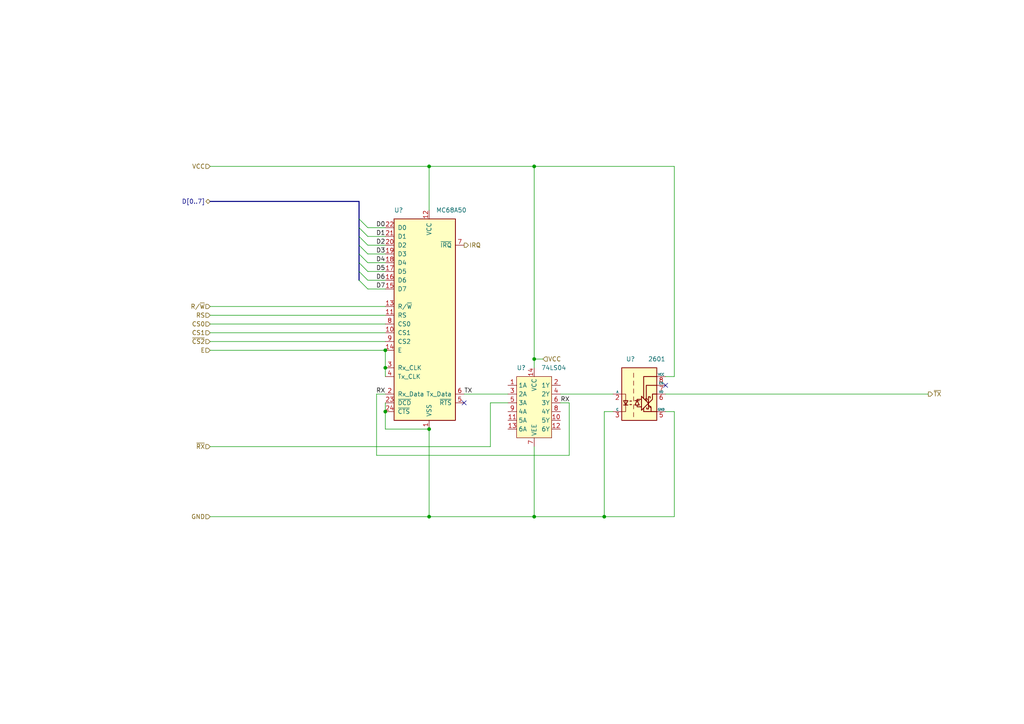
<source format=kicad_sch>
(kicad_sch (version 20211123) (generator eeschema)
  (paper "A4")
  (lib_symbols
    (symbol "Custom:74LS04"
      (property "Reference" "U" (at 0 0 0))
      (property "Value" "74LS04" (at 10.16 0 0))
      (symbol "74LS04_0_1"
        (rectangle (start 0 -2.54) (end 10.16 -20.32) (fill (type background)))
      )
      (symbol "74LS04_1_1"
        (pin input line (at -2.54 -5.08 0) (length 2.54) (name "1A") (number "1"))
        (pin input line (at 12.7 -15.24 180) (length 2.54) (name "5Y") (number "10"))
        (pin input line (at -2.54 -15.24 0) (length 2.54) (name "5A") (number "11"))
        (pin input line (at 12.7 -17.78 180) (length 2.54) (name "6Y") (number "12"))
        (pin input line (at -2.54 -17.78 0) (length 2.54) (name "6A") (number "13"))
        (pin input line (at 5.08 0 270) (length 2.54) (name "VCC") (number "14"))
        (pin input line (at 12.7 -5.08 180) (length 2.54) (name "1Y") (number "2"))
        (pin input line (at -2.54 -7.62 0) (length 2.54) (name "2A") (number "3"))
        (pin input line (at 12.7 -7.62 180) (length 2.54) (name "2Y") (number "4"))
        (pin input line (at -2.54 -10.16 0) (length 2.54) (name "3A") (number "5"))
        (pin input line (at 12.7 -10.16 180) (length 2.54) (name "3Y") (number "6"))
        (pin input line (at 5.08 -22.86 90) (length 2.54) (name "VEE") (number "7"))
        (pin input line (at 12.7 -12.7 180) (length 2.54) (name "4Y") (number "8"))
        (pin input line (at -2.54 -12.7 0) (length 2.54) (name "4A") (number "9"))
      )
    )
    (symbol "Interface_UART:MC68A50" (pin_names (offset 1.016))
      (property "Reference" "U" (at -7.366 31.75 0))
      (property "Value" "MC68A50" (at 10.414 31.75 0))
      (symbol "MC68A50_1_1"
        (rectangle (start -10.16 -27.94) (end 7.62 30.48) (stroke (width 0.254)) (fill (type background)))
        (pin power_in line (at 0 -30.48 90) (length 2.54) (name "VSS") (number "1"))
        (pin input line (at -12.7 -2.54 0) (length 2.54) (name "CS1") (number "10"))
        (pin input line (at -12.7 2.54 0) (length 2.54) (name "RS") (number "11"))
        (pin power_in line (at 0 33.02 270) (length 2.54) (name "VCC") (number "12"))
        (pin input line (at -12.7 5.08 0) (length 2.54) (name "R/~{W}") (number "13"))
        (pin input line (at -12.7 -7.62 0) (length 2.54) (name "E") (number "14"))
        (pin bidirectional line (at -12.7 10.16 0) (length 2.54) (name "D7") (number "15"))
        (pin bidirectional line (at -12.7 12.7 0) (length 2.54) (name "D6") (number "16"))
        (pin bidirectional line (at -12.7 15.24 0) (length 2.54) (name "D5") (number "17"))
        (pin bidirectional line (at -12.7 17.78 0) (length 2.54) (name "D4") (number "18"))
        (pin bidirectional line (at -12.7 20.32 0) (length 2.54) (name "D3") (number "19"))
        (pin input line (at -12.7 -20.32 0) (length 2.54) (name "Rx_Data") (number "2"))
        (pin bidirectional line (at -12.7 22.86 0) (length 2.54) (name "D2") (number "20"))
        (pin bidirectional line (at -12.7 25.4 0) (length 2.54) (name "D1") (number "21"))
        (pin bidirectional line (at -12.7 27.94 0) (length 2.54) (name "D0") (number "22"))
        (pin input line (at -12.7 -22.86 0) (length 2.54) (name "~{DCD}") (number "23"))
        (pin input line (at -12.7 -25.4 0) (length 2.54) (name "~{CTS}") (number "24"))
        (pin input line (at -12.7 -12.7 0) (length 2.54) (name "Rx_CLK") (number "3"))
        (pin input line (at -12.7 -15.24 0) (length 2.54) (name "Tx_CLK") (number "4"))
        (pin output line (at 10.16 -22.86 180) (length 2.54) (name "~{RTS}") (number "5"))
        (pin output line (at 10.16 -20.32 180) (length 2.54) (name "Tx_Data") (number "6"))
        (pin output line (at 10.16 22.86 180) (length 2.54) (name "~{IRQ}") (number "7"))
        (pin input line (at -12.7 0 0) (length 2.54) (name "CS0") (number "8"))
        (pin input line (at -12.7 -5.08 0) (length 2.54) (name "CS2") (number "9"))
      )
    )
    (symbol "Isolator:HCPL-2601" (pin_names (offset 0))
      (property "Reference" "U" (at -4.064 8.89 0))
      (property "Value" "HCPL-2601" (at 0 -8.89 0))
      (symbol "HCPL-2601_0_1"
        (polyline (pts (xy 2.667 -3.556) (xy 2.667 -1.651)) (stroke (width 0.254)))
        (polyline (pts (xy 2.667 -2.159) (xy 2.667 -2.921)) (stroke (width 0.254)))
        (polyline (pts (xy 3.429 -3.937) (xy 3.429 -5.08)) (stroke (width 0.254)))
        (polyline (pts (xy -0.635 -3.302) (xy -0.635 -3.683) (xy 0.635 -3.683)) (stroke (width 0.254)))
        (polyline (pts (xy -0.635 -1.905) (xy -0.635 -1.524) (xy 0.508 -1.524)) (stroke (width 0.254)))
        (polyline (pts (xy 1.27 -4.064) (xy 1.27 -5.08) (xy 5.08 -5.08)) (stroke (width 0.254)))
        (polyline (pts (xy 1.27 -1.27) (xy 1.27 5.08) (xy 5.08 5.08)) (stroke (width 0.254)))
        (polyline (pts (xy 2.032 -1.27) (xy 2.032 2.54) (xy 5.08 2.54)) (stroke (width 0.254)))
        (polyline (pts (xy -5.08 -5.08) (xy -3.937 -5.08) (xy -3.937 0) (xy -5.08 0)))
        (polyline (pts (xy 2.667 -3.302) (xy 2.667 -4.318) (xy 2.159 -4.318) (xy 2.159 -3.937)) (stroke (width 0.254)))
        (polyline (pts (xy 2.667 -2.667) (xy 0.635 -4.699) (xy 0.635 -0.635) (xy 2.667 -2.667)) (stroke (width 0.254)))
        (polyline (pts (xy 2.667 -1.778) (xy 2.667 -0.762) (xy 3.175 -0.762) (xy 3.175 -1.143)) (stroke (width 0.254)))
        (polyline (pts (xy 2.794 -2.54) (xy 3.81 -1.524) (xy 3.81 0) (xy 5.08 0)) (stroke (width 0.254)))
        (polyline (pts (xy 2.667 -3.175) (xy 3.429 -3.937) (xy 3.302 -3.556) (xy 3.048 -3.81) (xy 3.429 -3.937)) (stroke (width 0.254)))
        (circle (center 2.032 -1.524) (radius 0.254) (stroke (width 0.254)))
      )
      (symbol "HCPL-2601_1_1"
        (rectangle (start -5.08 7.62) (end 5.08 -7.62) (stroke (width 0.254)) (fill (type background)))
        (polyline (pts (xy -4.572 -3.175) (xy -3.302 -3.175)) (stroke (width 0.254)))
        (polyline (pts (xy -1.651 -5.334) (xy -1.651 -6.604)))
        (polyline (pts (xy -1.651 -3.048) (xy -1.651 -4.318)))
        (polyline (pts (xy -1.651 -0.762) (xy -1.651 -2.032)))
        (polyline (pts (xy -1.651 1.524) (xy -1.651 0.254)))
        (polyline (pts (xy -1.651 3.81) (xy -1.651 2.54)))
        (polyline (pts (xy -1.651 6.096) (xy -1.651 4.826)))
        (polyline (pts (xy -1.27 -1.905) (xy 0 -1.905)) (stroke (width 0.254)))
        (polyline (pts (xy -3.937 -3.175) (xy -4.572 -1.905) (xy -3.302 -1.905) (xy -3.937 -3.175)) (stroke (width 0.254)))
        (polyline (pts (xy -0.635 -1.905) (xy -1.27 -3.175) (xy 0 -3.175) (xy -0.635 -1.905)) (stroke (width 0.254)))
        (polyline (pts (xy -2.921 -3.048) (xy -2.159 -3.048) (xy -2.54 -3.175) (xy -2.54 -2.921) (xy -2.159 -3.048)) (stroke (width 0.127)))
        (polyline (pts (xy -2.921 -2.032) (xy -2.159 -2.032) (xy -2.54 -2.159) (xy -2.54 -1.905) (xy -2.159 -2.032)) (stroke (width 0.127)))
        (pin no_connect line (at -5.08 5.08 0) (length 2.54) hide (name "NC") (number "1"))
        (pin passive line (at -7.62 0 0) (length 2.54) (name "A") (number "2"))
        (pin passive line (at -7.62 -5.08 0) (length 2.54) (name "C") (number "3"))
        (pin power_in line (at 7.62 -5.08 180) (length 2.54) (name "GND") (number "5"))
        (pin open_collector line (at 7.62 0 180) (length 2.54) (name "VO") (number "6"))
        (pin input line (at 7.62 2.54 180) (length 2.54) (name "EN") (number "7"))
        (pin power_in line (at 7.62 5.08 180) (length 2.54) (name "VCC") (number "8"))
      )
    )
  )
  (junction (at 154.94 48.26))
  (junction (at 124.46 124.46))
  (junction (at 154.94 104.14))
  (junction (at 175.26 149.86))
  (junction (at 111.76 119.38))
  (junction (at 124.46 48.26))
  (junction (at 154.94 149.86))
  (junction (at 111.76 101.6))
  (junction (at 124.46 149.86))
  (junction (at 111.76 106.68))
  (no_connect (at 193.04 111.76))
  (no_connect (at 134.62 116.84))
  (bus_entry (at 104.14 63.5) (size 2.54 2.54))
  (bus_entry (at 104.14 76.2) (size 2.54 2.54))
  (bus_entry (at 104.14 78.74) (size 2.54 2.54))
  (bus_entry (at 104.14 81.28) (size 2.54 2.54))
  (bus_entry (at 104.14 73.66) (size 2.54 2.54))
  (bus_entry (at 104.14 66.04) (size 2.54 2.54))
  (bus_entry (at 104.14 68.58) (size 2.54 2.54))
  (bus_entry (at 104.14 71.12) (size 2.54 2.54))
  (wire (pts (xy 60.96 99.06) (xy 111.76 99.06)))
  (wire (pts (xy 177.8 119.38) (xy 175.26 119.38)))
  (wire (pts (xy 195.58 48.26) (xy 154.94 48.26)))
  (wire (pts (xy 154.94 149.86) (xy 175.26 149.86)))
  (wire (pts (xy 157.48 104.14) (xy 154.94 104.14)))
  (wire (pts (xy 111.76 106.68) (xy 111.76 109.22)))
  (wire (pts (xy 106.68 78.74) (xy 111.76 78.74)))
  (wire (pts (xy 106.68 66.04) (xy 111.76 66.04)))
  (bus (pts (xy 104.14 73.66) (xy 104.14 76.2)))
  (wire (pts (xy 162.56 116.84) (xy 165.1 116.84)))
  (wire (pts (xy 60.96 93.98) (xy 111.76 93.98)))
  (wire (pts (xy 124.46 48.26) (xy 154.94 48.26)))
  (wire (pts (xy 111.76 101.6) (xy 111.76 106.68)))
  (wire (pts (xy 60.96 88.9) (xy 111.76 88.9)))
  (wire (pts (xy 60.96 129.54) (xy 142.24 129.54)))
  (wire (pts (xy 106.68 68.58) (xy 111.76 68.58)))
  (wire (pts (xy 175.26 149.86) (xy 195.58 149.86)))
  (wire (pts (xy 124.46 48.26) (xy 124.46 60.96)))
  (wire (pts (xy 60.96 48.26) (xy 124.46 48.26)))
  (bus (pts (xy 104.14 58.42) (xy 104.14 63.5)))
  (wire (pts (xy 111.76 116.84) (xy 111.76 119.38)))
  (wire (pts (xy 134.62 114.3) (xy 147.32 114.3)))
  (wire (pts (xy 193.04 119.38) (xy 195.58 119.38)))
  (wire (pts (xy 109.22 114.3) (xy 109.22 132.08)))
  (wire (pts (xy 154.94 48.26) (xy 154.94 104.14)))
  (bus (pts (xy 104.14 66.04) (xy 104.14 68.58)))
  (bus (pts (xy 104.14 63.5) (xy 104.14 66.04)))
  (wire (pts (xy 193.04 109.22) (xy 195.58 109.22)))
  (wire (pts (xy 154.94 104.14) (xy 154.94 106.68)))
  (wire (pts (xy 165.1 132.08) (xy 165.1 116.84)))
  (wire (pts (xy 106.68 76.2) (xy 111.76 76.2)))
  (wire (pts (xy 106.68 73.66) (xy 111.76 73.66)))
  (wire (pts (xy 162.56 114.3) (xy 177.8 114.3)))
  (wire (pts (xy 111.76 119.38) (xy 111.76 124.46)))
  (bus (pts (xy 60.96 58.42) (xy 104.14 58.42)))
  (bus (pts (xy 104.14 68.58) (xy 104.14 71.12)))
  (wire (pts (xy 60.96 149.86) (xy 124.46 149.86)))
  (wire (pts (xy 109.22 132.08) (xy 165.1 132.08)))
  (wire (pts (xy 111.76 124.46) (xy 124.46 124.46)))
  (wire (pts (xy 269.24 114.3) (xy 193.04 114.3)))
  (wire (pts (xy 60.96 101.6) (xy 111.76 101.6)))
  (bus (pts (xy 104.14 71.12) (xy 104.14 73.66)))
  (wire (pts (xy 142.24 116.84) (xy 147.32 116.84)))
  (wire (pts (xy 154.94 129.54) (xy 154.94 149.86)))
  (wire (pts (xy 195.58 109.22) (xy 195.58 48.26)))
  (wire (pts (xy 60.96 91.44) (xy 111.76 91.44)))
  (wire (pts (xy 106.68 71.12) (xy 111.76 71.12)))
  (wire (pts (xy 106.68 81.28) (xy 111.76 81.28)))
  (wire (pts (xy 111.76 114.3) (xy 109.22 114.3)))
  (bus (pts (xy 104.14 76.2) (xy 104.14 78.74)))
  (wire (pts (xy 175.26 119.38) (xy 175.26 149.86)))
  (wire (pts (xy 124.46 149.86) (xy 154.94 149.86)))
  (wire (pts (xy 60.96 96.52) (xy 111.76 96.52)))
  (bus (pts (xy 104.14 78.74) (xy 104.14 81.28)))
  (wire (pts (xy 124.46 124.46) (xy 124.46 149.86)))
  (wire (pts (xy 106.68 83.82) (xy 111.76 83.82)))
  (wire (pts (xy 195.58 119.38) (xy 195.58 149.86)))
  (wire (pts (xy 142.24 129.54) (xy 142.24 116.84)))
  (label "D5" (at 111.76 78.74 180))
  (label "D1" (at 111.76 68.58 180))
  (label "RX" (at 111.76 114.3 180))
  (label "TX" (at 134.62 114.3 0))
  (label "D0" (at 111.76 66.04 180))
  (label "D4" (at 111.76 76.2 180))
  (label "D7" (at 111.76 83.82 180))
  (label "D2" (at 111.76 71.12 180))
  (label "D3" (at 111.76 73.66 180))
  (label "D6" (at 111.76 81.28 180))
  (label "RX" (at 162.56 116.84 0))
  (hierarchical_label "IRQ" (shape output) (at 134.62 71.12 0))
  (hierarchical_label "VCC" (shape input) (at 157.48 104.14 0))
  (hierarchical_label "R{slash}~{W}" (shape input) (at 60.96 88.9 180))
  (hierarchical_label "~{TX}" (shape output) (at 269.24 114.3 0))
  (hierarchical_label "RS" (shape input) (at 60.96 91.44 180))
  (hierarchical_label "CS0" (shape input) (at 60.96 93.98 180))
  (hierarchical_label "CS1" (shape input) (at 60.96 96.52 180))
  (hierarchical_label "~{RX}" (shape input) (at 60.96 129.54 180))
  (hierarchical_label "D[0..7]" (shape bidirectional) (at 60.96 58.42 180))
  (hierarchical_label "~{CS2}" (shape input) (at 60.96 99.06 180))
  (hierarchical_label "VCC" (shape input) (at 60.96 48.26 180))
  (hierarchical_label "E" (shape input) (at 60.96 101.6 180))
  (hierarchical_label "GND" (shape input) (at 60.96 149.86 180))
  (symbol (lib_id "Custom:74LS04") (at 149.86 106.68 0) (unit 1)
    (property "Reference" "U?" (at 149.86 106.68 0) (effects (justify left)))
    (property "Value" "74LS04" (at 156.9594 106.68 0) (effects (justify left)))
  )
  (symbol (lib_id "Interface_UART:MC68A50") (at 124.46 93.98 0) (unit 1)
    (property "Reference" "U?" (at 114.3 60.96 0) (effects (justify left)))
    (property "Value" "MC68A50" (at 126.4794 60.96 0) (effects (justify left)))
    (property "Datasheet" "http://pdf.datasheetcatalog.com/datasheet/motorola/MC6850.pdf" (effects hide))
  )
  (symbol (lib_id "Isolator:HCPL-2601") (at 185.42 114.3 0) (unit 1)
    (property "Reference" "U?" (at 182.88 104.14 0))
    (property "Value" "2601" (at 190.5 104.14 0))
    (property "Datasheet" "https://docs.broadcom.com/docs/AV02-0940EN" (effects hide))
  )
)
</source>
